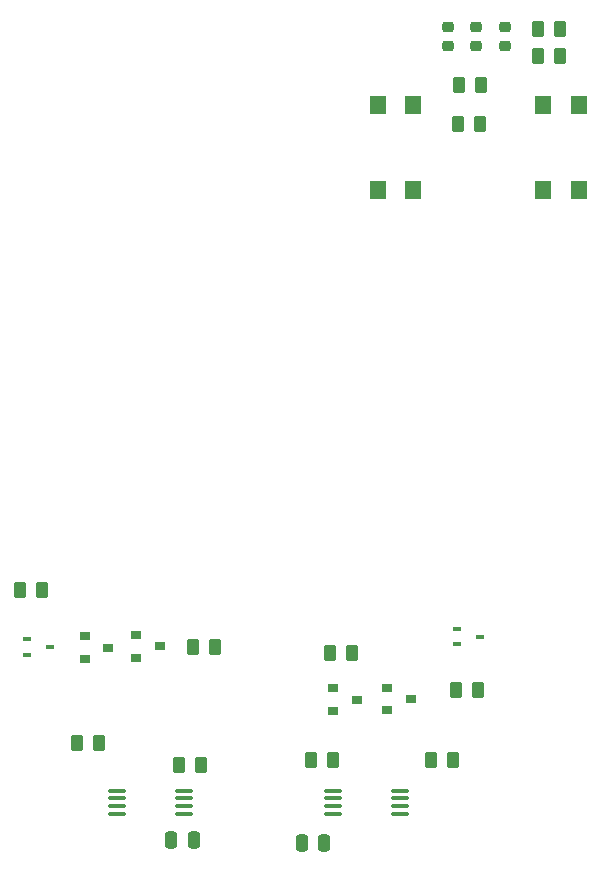
<source format=gbr>
%TF.GenerationSoftware,KiCad,Pcbnew,7.0.10*%
%TF.CreationDate,2025-01-07T15:55:25-07:00*%
%TF.ProjectId,HATB_ver_8.3.1,48415442-5f76-4657-925f-382e332e312e,8.3.1*%
%TF.SameCoordinates,Original*%
%TF.FileFunction,Paste,Bot*%
%TF.FilePolarity,Positive*%
%FSLAX46Y46*%
G04 Gerber Fmt 4.6, Leading zero omitted, Abs format (unit mm)*
G04 Created by KiCad (PCBNEW 7.0.10) date 2025-01-07 15:55:25*
%MOMM*%
%LPD*%
G01*
G04 APERTURE LIST*
G04 Aperture macros list*
%AMRoundRect*
0 Rectangle with rounded corners*
0 $1 Rounding radius*
0 $2 $3 $4 $5 $6 $7 $8 $9 X,Y pos of 4 corners*
0 Add a 4 corners polygon primitive as box body*
4,1,4,$2,$3,$4,$5,$6,$7,$8,$9,$2,$3,0*
0 Add four circle primitives for the rounded corners*
1,1,$1+$1,$2,$3*
1,1,$1+$1,$4,$5*
1,1,$1+$1,$6,$7*
1,1,$1+$1,$8,$9*
0 Add four rect primitives between the rounded corners*
20,1,$1+$1,$2,$3,$4,$5,0*
20,1,$1+$1,$4,$5,$6,$7,0*
20,1,$1+$1,$6,$7,$8,$9,0*
20,1,$1+$1,$8,$9,$2,$3,0*%
G04 Aperture macros list end*
%ADD10RoundRect,0.100000X-0.637500X-0.100000X0.637500X-0.100000X0.637500X0.100000X-0.637500X0.100000X0*%
%ADD11RoundRect,0.250000X0.262500X0.450000X-0.262500X0.450000X-0.262500X-0.450000X0.262500X-0.450000X0*%
%ADD12RoundRect,0.250000X-0.262500X-0.450000X0.262500X-0.450000X0.262500X0.450000X-0.262500X0.450000X0*%
%ADD13R,0.900000X0.800000*%
%ADD14R,1.400000X1.600000*%
%ADD15RoundRect,0.250000X0.250000X0.475000X-0.250000X0.475000X-0.250000X-0.475000X0.250000X-0.475000X0*%
%ADD16R,0.700000X0.450000*%
%ADD17RoundRect,0.218750X-0.256250X0.218750X-0.256250X-0.218750X0.256250X-0.218750X0.256250X0.218750X0*%
%ADD18RoundRect,0.250000X-0.250000X-0.475000X0.250000X-0.475000X0.250000X0.475000X-0.250000X0.475000X0*%
G04 APERTURE END LIST*
D10*
%TO.C,Q4*%
X178967503Y-121649400D03*
X178967503Y-120999400D03*
X178967503Y-120349400D03*
X178967503Y-119699400D03*
X184692503Y-119699400D03*
X184692503Y-120349400D03*
X184692503Y-120999400D03*
X184692503Y-121649400D03*
%TD*%
D11*
%TO.C,R34*%
X216462500Y-55200000D03*
X214637500Y-55200000D03*
%TD*%
%TO.C,R31*%
X209542500Y-111190000D03*
X207717500Y-111190000D03*
%TD*%
D12*
%TO.C,R25*%
X197017500Y-108070000D03*
X198842500Y-108070000D03*
%TD*%
%TO.C,R26*%
X205587500Y-117130000D03*
X207412500Y-117130000D03*
%TD*%
D13*
%TO.C,D6*%
X180590000Y-106540000D03*
X182590000Y-107490000D03*
X180590000Y-108440000D03*
%TD*%
D10*
%TO.C,Q2*%
X197247502Y-121649400D03*
X197247502Y-120999400D03*
X197247502Y-120349400D03*
X197247502Y-119699400D03*
X202972502Y-119699400D03*
X202972502Y-120349400D03*
X202972502Y-120999400D03*
X202972502Y-121649400D03*
%TD*%
D11*
%TO.C,R36*%
X209770000Y-59990000D03*
X207945000Y-59990000D03*
%TD*%
%TO.C,R35*%
X216462500Y-57490000D03*
X214637500Y-57490000D03*
%TD*%
D13*
%TO.C,D7*%
X176240000Y-106640000D03*
X178240000Y-107590000D03*
X176240000Y-108540000D03*
%TD*%
D14*
%TO.C,PB1*%
X215080000Y-61690000D03*
X215080000Y-68890000D03*
X218080000Y-61690000D03*
X218080000Y-68890000D03*
%TD*%
D12*
%TO.C,R28*%
X185447500Y-107580000D03*
X187272500Y-107580000D03*
%TD*%
D13*
%TO.C,D5*%
X201840000Y-110980000D03*
X203840000Y-111930000D03*
X201840000Y-112880000D03*
%TD*%
D12*
%TO.C,R30*%
X184227500Y-117520000D03*
X186052500Y-117520000D03*
%TD*%
D11*
%TO.C,R32*%
X172622500Y-102690000D03*
X170797500Y-102690000D03*
%TD*%
%TO.C,R29*%
X177422500Y-115690000D03*
X175597500Y-115690000D03*
%TD*%
D14*
%TO.C,PB2*%
X201040000Y-61690000D03*
X201040000Y-68890000D03*
X204040000Y-68890000D03*
X204040000Y-61690000D03*
%TD*%
D11*
%TO.C,R33*%
X209712500Y-63260000D03*
X207887500Y-63260000D03*
%TD*%
D15*
%TO.C,C25*%
X196500000Y-124110000D03*
X194600000Y-124110000D03*
%TD*%
D16*
%TO.C,Q1*%
X207730000Y-107310000D03*
X207730000Y-106010000D03*
X209730000Y-106660000D03*
%TD*%
D17*
%TO.C,LED2*%
X209410000Y-55052500D03*
X209410000Y-56627500D03*
%TD*%
D18*
%TO.C,C26*%
X183580000Y-123890000D03*
X185480000Y-123890000D03*
%TD*%
D11*
%TO.C,R27*%
X197245000Y-117130000D03*
X195420000Y-117130000D03*
%TD*%
D17*
%TO.C,LED1*%
X211850000Y-55052500D03*
X211850000Y-56627500D03*
%TD*%
D13*
%TO.C,D4*%
X197280000Y-111050000D03*
X199280000Y-112000000D03*
X197280000Y-112950000D03*
%TD*%
D17*
%TO.C,LED3*%
X207000000Y-55052500D03*
X207000000Y-56627500D03*
%TD*%
D16*
%TO.C,Q3*%
X171330000Y-108200000D03*
X171330000Y-106900000D03*
X173330000Y-107550000D03*
%TD*%
M02*

</source>
